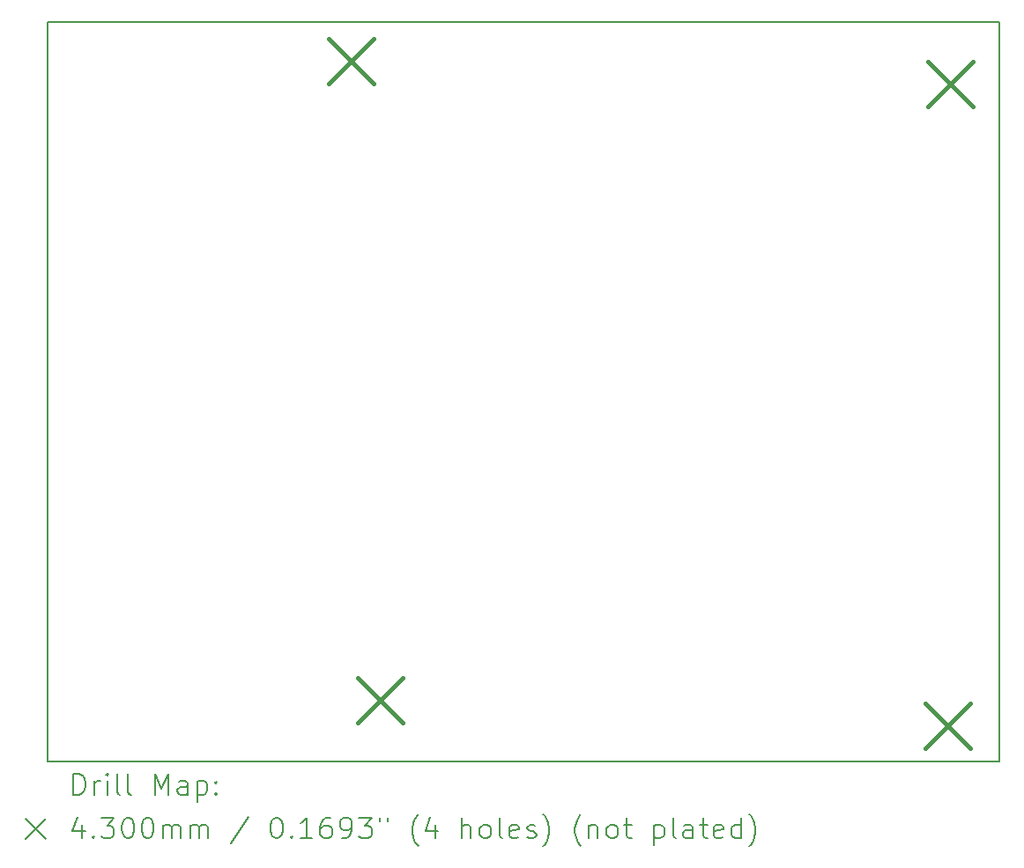
<source format=gbr>
%TF.GenerationSoftware,KiCad,Pcbnew,8.0.6-8.0.6-0~ubuntu24.04.1*%
%TF.CreationDate,2024-10-31T19:49:44+00:00*%
%TF.ProjectId,Windtunnel_Schematic,57696e64-7475-46e6-9e65-6c5f53636865,rev?*%
%TF.SameCoordinates,Original*%
%TF.FileFunction,Drillmap*%
%TF.FilePolarity,Positive*%
%FSLAX45Y45*%
G04 Gerber Fmt 4.5, Leading zero omitted, Abs format (unit mm)*
G04 Created by KiCad (PCBNEW 8.0.6-8.0.6-0~ubuntu24.04.1) date 2024-10-31 19:49:44*
%MOMM*%
%LPD*%
G01*
G04 APERTURE LIST*
%ADD10C,0.200000*%
%ADD11C,0.430000*%
G04 APERTURE END LIST*
D10*
X5080000Y-8382000D02*
X14224000Y-8382000D01*
X14224000Y-15494000D01*
X5080000Y-15494000D01*
X5080000Y-8382000D01*
D11*
X7786000Y-8548000D02*
X8216000Y-8978000D01*
X8216000Y-8548000D02*
X7786000Y-8978000D01*
X8065400Y-14694800D02*
X8495400Y-15124800D01*
X8495400Y-14694800D02*
X8065400Y-15124800D01*
X13513700Y-14936100D02*
X13943700Y-15366100D01*
X13943700Y-14936100D02*
X13513700Y-15366100D01*
X13539100Y-8763900D02*
X13969100Y-9193900D01*
X13969100Y-8763900D02*
X13539100Y-9193900D01*
D10*
X5330777Y-15815484D02*
X5330777Y-15615484D01*
X5330777Y-15615484D02*
X5378396Y-15615484D01*
X5378396Y-15615484D02*
X5406967Y-15625008D01*
X5406967Y-15625008D02*
X5426015Y-15644055D01*
X5426015Y-15644055D02*
X5435539Y-15663103D01*
X5435539Y-15663103D02*
X5445063Y-15701198D01*
X5445063Y-15701198D02*
X5445063Y-15729769D01*
X5445063Y-15729769D02*
X5435539Y-15767865D01*
X5435539Y-15767865D02*
X5426015Y-15786912D01*
X5426015Y-15786912D02*
X5406967Y-15805960D01*
X5406967Y-15805960D02*
X5378396Y-15815484D01*
X5378396Y-15815484D02*
X5330777Y-15815484D01*
X5530777Y-15815484D02*
X5530777Y-15682150D01*
X5530777Y-15720246D02*
X5540301Y-15701198D01*
X5540301Y-15701198D02*
X5549824Y-15691674D01*
X5549824Y-15691674D02*
X5568872Y-15682150D01*
X5568872Y-15682150D02*
X5587920Y-15682150D01*
X5654586Y-15815484D02*
X5654586Y-15682150D01*
X5654586Y-15615484D02*
X5645062Y-15625008D01*
X5645062Y-15625008D02*
X5654586Y-15634531D01*
X5654586Y-15634531D02*
X5664110Y-15625008D01*
X5664110Y-15625008D02*
X5654586Y-15615484D01*
X5654586Y-15615484D02*
X5654586Y-15634531D01*
X5778396Y-15815484D02*
X5759348Y-15805960D01*
X5759348Y-15805960D02*
X5749824Y-15786912D01*
X5749824Y-15786912D02*
X5749824Y-15615484D01*
X5883158Y-15815484D02*
X5864110Y-15805960D01*
X5864110Y-15805960D02*
X5854586Y-15786912D01*
X5854586Y-15786912D02*
X5854586Y-15615484D01*
X6111729Y-15815484D02*
X6111729Y-15615484D01*
X6111729Y-15615484D02*
X6178396Y-15758341D01*
X6178396Y-15758341D02*
X6245062Y-15615484D01*
X6245062Y-15615484D02*
X6245062Y-15815484D01*
X6426015Y-15815484D02*
X6426015Y-15710722D01*
X6426015Y-15710722D02*
X6416491Y-15691674D01*
X6416491Y-15691674D02*
X6397443Y-15682150D01*
X6397443Y-15682150D02*
X6359348Y-15682150D01*
X6359348Y-15682150D02*
X6340301Y-15691674D01*
X6426015Y-15805960D02*
X6406967Y-15815484D01*
X6406967Y-15815484D02*
X6359348Y-15815484D01*
X6359348Y-15815484D02*
X6340301Y-15805960D01*
X6340301Y-15805960D02*
X6330777Y-15786912D01*
X6330777Y-15786912D02*
X6330777Y-15767865D01*
X6330777Y-15767865D02*
X6340301Y-15748817D01*
X6340301Y-15748817D02*
X6359348Y-15739293D01*
X6359348Y-15739293D02*
X6406967Y-15739293D01*
X6406967Y-15739293D02*
X6426015Y-15729769D01*
X6521253Y-15682150D02*
X6521253Y-15882150D01*
X6521253Y-15691674D02*
X6540301Y-15682150D01*
X6540301Y-15682150D02*
X6578396Y-15682150D01*
X6578396Y-15682150D02*
X6597443Y-15691674D01*
X6597443Y-15691674D02*
X6606967Y-15701198D01*
X6606967Y-15701198D02*
X6616491Y-15720246D01*
X6616491Y-15720246D02*
X6616491Y-15777388D01*
X6616491Y-15777388D02*
X6606967Y-15796436D01*
X6606967Y-15796436D02*
X6597443Y-15805960D01*
X6597443Y-15805960D02*
X6578396Y-15815484D01*
X6578396Y-15815484D02*
X6540301Y-15815484D01*
X6540301Y-15815484D02*
X6521253Y-15805960D01*
X6702205Y-15796436D02*
X6711729Y-15805960D01*
X6711729Y-15805960D02*
X6702205Y-15815484D01*
X6702205Y-15815484D02*
X6692682Y-15805960D01*
X6692682Y-15805960D02*
X6702205Y-15796436D01*
X6702205Y-15796436D02*
X6702205Y-15815484D01*
X6702205Y-15691674D02*
X6711729Y-15701198D01*
X6711729Y-15701198D02*
X6702205Y-15710722D01*
X6702205Y-15710722D02*
X6692682Y-15701198D01*
X6692682Y-15701198D02*
X6702205Y-15691674D01*
X6702205Y-15691674D02*
X6702205Y-15710722D01*
X4870000Y-16044000D02*
X5070000Y-16244000D01*
X5070000Y-16044000D02*
X4870000Y-16244000D01*
X5416491Y-16102150D02*
X5416491Y-16235484D01*
X5368872Y-16025960D02*
X5321253Y-16168817D01*
X5321253Y-16168817D02*
X5445063Y-16168817D01*
X5521253Y-16216436D02*
X5530777Y-16225960D01*
X5530777Y-16225960D02*
X5521253Y-16235484D01*
X5521253Y-16235484D02*
X5511729Y-16225960D01*
X5511729Y-16225960D02*
X5521253Y-16216436D01*
X5521253Y-16216436D02*
X5521253Y-16235484D01*
X5597443Y-16035484D02*
X5721253Y-16035484D01*
X5721253Y-16035484D02*
X5654586Y-16111674D01*
X5654586Y-16111674D02*
X5683158Y-16111674D01*
X5683158Y-16111674D02*
X5702205Y-16121198D01*
X5702205Y-16121198D02*
X5711729Y-16130722D01*
X5711729Y-16130722D02*
X5721253Y-16149769D01*
X5721253Y-16149769D02*
X5721253Y-16197388D01*
X5721253Y-16197388D02*
X5711729Y-16216436D01*
X5711729Y-16216436D02*
X5702205Y-16225960D01*
X5702205Y-16225960D02*
X5683158Y-16235484D01*
X5683158Y-16235484D02*
X5626015Y-16235484D01*
X5626015Y-16235484D02*
X5606967Y-16225960D01*
X5606967Y-16225960D02*
X5597443Y-16216436D01*
X5845062Y-16035484D02*
X5864110Y-16035484D01*
X5864110Y-16035484D02*
X5883158Y-16045008D01*
X5883158Y-16045008D02*
X5892682Y-16054531D01*
X5892682Y-16054531D02*
X5902205Y-16073579D01*
X5902205Y-16073579D02*
X5911729Y-16111674D01*
X5911729Y-16111674D02*
X5911729Y-16159293D01*
X5911729Y-16159293D02*
X5902205Y-16197388D01*
X5902205Y-16197388D02*
X5892682Y-16216436D01*
X5892682Y-16216436D02*
X5883158Y-16225960D01*
X5883158Y-16225960D02*
X5864110Y-16235484D01*
X5864110Y-16235484D02*
X5845062Y-16235484D01*
X5845062Y-16235484D02*
X5826015Y-16225960D01*
X5826015Y-16225960D02*
X5816491Y-16216436D01*
X5816491Y-16216436D02*
X5806967Y-16197388D01*
X5806967Y-16197388D02*
X5797443Y-16159293D01*
X5797443Y-16159293D02*
X5797443Y-16111674D01*
X5797443Y-16111674D02*
X5806967Y-16073579D01*
X5806967Y-16073579D02*
X5816491Y-16054531D01*
X5816491Y-16054531D02*
X5826015Y-16045008D01*
X5826015Y-16045008D02*
X5845062Y-16035484D01*
X6035539Y-16035484D02*
X6054586Y-16035484D01*
X6054586Y-16035484D02*
X6073634Y-16045008D01*
X6073634Y-16045008D02*
X6083158Y-16054531D01*
X6083158Y-16054531D02*
X6092682Y-16073579D01*
X6092682Y-16073579D02*
X6102205Y-16111674D01*
X6102205Y-16111674D02*
X6102205Y-16159293D01*
X6102205Y-16159293D02*
X6092682Y-16197388D01*
X6092682Y-16197388D02*
X6083158Y-16216436D01*
X6083158Y-16216436D02*
X6073634Y-16225960D01*
X6073634Y-16225960D02*
X6054586Y-16235484D01*
X6054586Y-16235484D02*
X6035539Y-16235484D01*
X6035539Y-16235484D02*
X6016491Y-16225960D01*
X6016491Y-16225960D02*
X6006967Y-16216436D01*
X6006967Y-16216436D02*
X5997443Y-16197388D01*
X5997443Y-16197388D02*
X5987920Y-16159293D01*
X5987920Y-16159293D02*
X5987920Y-16111674D01*
X5987920Y-16111674D02*
X5997443Y-16073579D01*
X5997443Y-16073579D02*
X6006967Y-16054531D01*
X6006967Y-16054531D02*
X6016491Y-16045008D01*
X6016491Y-16045008D02*
X6035539Y-16035484D01*
X6187920Y-16235484D02*
X6187920Y-16102150D01*
X6187920Y-16121198D02*
X6197443Y-16111674D01*
X6197443Y-16111674D02*
X6216491Y-16102150D01*
X6216491Y-16102150D02*
X6245063Y-16102150D01*
X6245063Y-16102150D02*
X6264110Y-16111674D01*
X6264110Y-16111674D02*
X6273634Y-16130722D01*
X6273634Y-16130722D02*
X6273634Y-16235484D01*
X6273634Y-16130722D02*
X6283158Y-16111674D01*
X6283158Y-16111674D02*
X6302205Y-16102150D01*
X6302205Y-16102150D02*
X6330777Y-16102150D01*
X6330777Y-16102150D02*
X6349824Y-16111674D01*
X6349824Y-16111674D02*
X6359348Y-16130722D01*
X6359348Y-16130722D02*
X6359348Y-16235484D01*
X6454586Y-16235484D02*
X6454586Y-16102150D01*
X6454586Y-16121198D02*
X6464110Y-16111674D01*
X6464110Y-16111674D02*
X6483158Y-16102150D01*
X6483158Y-16102150D02*
X6511729Y-16102150D01*
X6511729Y-16102150D02*
X6530777Y-16111674D01*
X6530777Y-16111674D02*
X6540301Y-16130722D01*
X6540301Y-16130722D02*
X6540301Y-16235484D01*
X6540301Y-16130722D02*
X6549824Y-16111674D01*
X6549824Y-16111674D02*
X6568872Y-16102150D01*
X6568872Y-16102150D02*
X6597443Y-16102150D01*
X6597443Y-16102150D02*
X6616491Y-16111674D01*
X6616491Y-16111674D02*
X6626015Y-16130722D01*
X6626015Y-16130722D02*
X6626015Y-16235484D01*
X7016491Y-16025960D02*
X6845063Y-16283103D01*
X7273634Y-16035484D02*
X7292682Y-16035484D01*
X7292682Y-16035484D02*
X7311729Y-16045008D01*
X7311729Y-16045008D02*
X7321253Y-16054531D01*
X7321253Y-16054531D02*
X7330777Y-16073579D01*
X7330777Y-16073579D02*
X7340301Y-16111674D01*
X7340301Y-16111674D02*
X7340301Y-16159293D01*
X7340301Y-16159293D02*
X7330777Y-16197388D01*
X7330777Y-16197388D02*
X7321253Y-16216436D01*
X7321253Y-16216436D02*
X7311729Y-16225960D01*
X7311729Y-16225960D02*
X7292682Y-16235484D01*
X7292682Y-16235484D02*
X7273634Y-16235484D01*
X7273634Y-16235484D02*
X7254586Y-16225960D01*
X7254586Y-16225960D02*
X7245063Y-16216436D01*
X7245063Y-16216436D02*
X7235539Y-16197388D01*
X7235539Y-16197388D02*
X7226015Y-16159293D01*
X7226015Y-16159293D02*
X7226015Y-16111674D01*
X7226015Y-16111674D02*
X7235539Y-16073579D01*
X7235539Y-16073579D02*
X7245063Y-16054531D01*
X7245063Y-16054531D02*
X7254586Y-16045008D01*
X7254586Y-16045008D02*
X7273634Y-16035484D01*
X7426015Y-16216436D02*
X7435539Y-16225960D01*
X7435539Y-16225960D02*
X7426015Y-16235484D01*
X7426015Y-16235484D02*
X7416491Y-16225960D01*
X7416491Y-16225960D02*
X7426015Y-16216436D01*
X7426015Y-16216436D02*
X7426015Y-16235484D01*
X7626015Y-16235484D02*
X7511729Y-16235484D01*
X7568872Y-16235484D02*
X7568872Y-16035484D01*
X7568872Y-16035484D02*
X7549825Y-16064055D01*
X7549825Y-16064055D02*
X7530777Y-16083103D01*
X7530777Y-16083103D02*
X7511729Y-16092627D01*
X7797444Y-16035484D02*
X7759348Y-16035484D01*
X7759348Y-16035484D02*
X7740301Y-16045008D01*
X7740301Y-16045008D02*
X7730777Y-16054531D01*
X7730777Y-16054531D02*
X7711729Y-16083103D01*
X7711729Y-16083103D02*
X7702206Y-16121198D01*
X7702206Y-16121198D02*
X7702206Y-16197388D01*
X7702206Y-16197388D02*
X7711729Y-16216436D01*
X7711729Y-16216436D02*
X7721253Y-16225960D01*
X7721253Y-16225960D02*
X7740301Y-16235484D01*
X7740301Y-16235484D02*
X7778396Y-16235484D01*
X7778396Y-16235484D02*
X7797444Y-16225960D01*
X7797444Y-16225960D02*
X7806967Y-16216436D01*
X7806967Y-16216436D02*
X7816491Y-16197388D01*
X7816491Y-16197388D02*
X7816491Y-16149769D01*
X7816491Y-16149769D02*
X7806967Y-16130722D01*
X7806967Y-16130722D02*
X7797444Y-16121198D01*
X7797444Y-16121198D02*
X7778396Y-16111674D01*
X7778396Y-16111674D02*
X7740301Y-16111674D01*
X7740301Y-16111674D02*
X7721253Y-16121198D01*
X7721253Y-16121198D02*
X7711729Y-16130722D01*
X7711729Y-16130722D02*
X7702206Y-16149769D01*
X7911729Y-16235484D02*
X7949825Y-16235484D01*
X7949825Y-16235484D02*
X7968872Y-16225960D01*
X7968872Y-16225960D02*
X7978396Y-16216436D01*
X7978396Y-16216436D02*
X7997444Y-16187865D01*
X7997444Y-16187865D02*
X8006967Y-16149769D01*
X8006967Y-16149769D02*
X8006967Y-16073579D01*
X8006967Y-16073579D02*
X7997444Y-16054531D01*
X7997444Y-16054531D02*
X7987920Y-16045008D01*
X7987920Y-16045008D02*
X7968872Y-16035484D01*
X7968872Y-16035484D02*
X7930777Y-16035484D01*
X7930777Y-16035484D02*
X7911729Y-16045008D01*
X7911729Y-16045008D02*
X7902206Y-16054531D01*
X7902206Y-16054531D02*
X7892682Y-16073579D01*
X7892682Y-16073579D02*
X7892682Y-16121198D01*
X7892682Y-16121198D02*
X7902206Y-16140246D01*
X7902206Y-16140246D02*
X7911729Y-16149769D01*
X7911729Y-16149769D02*
X7930777Y-16159293D01*
X7930777Y-16159293D02*
X7968872Y-16159293D01*
X7968872Y-16159293D02*
X7987920Y-16149769D01*
X7987920Y-16149769D02*
X7997444Y-16140246D01*
X7997444Y-16140246D02*
X8006967Y-16121198D01*
X8073634Y-16035484D02*
X8197444Y-16035484D01*
X8197444Y-16035484D02*
X8130777Y-16111674D01*
X8130777Y-16111674D02*
X8159348Y-16111674D01*
X8159348Y-16111674D02*
X8178396Y-16121198D01*
X8178396Y-16121198D02*
X8187920Y-16130722D01*
X8187920Y-16130722D02*
X8197444Y-16149769D01*
X8197444Y-16149769D02*
X8197444Y-16197388D01*
X8197444Y-16197388D02*
X8187920Y-16216436D01*
X8187920Y-16216436D02*
X8178396Y-16225960D01*
X8178396Y-16225960D02*
X8159348Y-16235484D01*
X8159348Y-16235484D02*
X8102206Y-16235484D01*
X8102206Y-16235484D02*
X8083158Y-16225960D01*
X8083158Y-16225960D02*
X8073634Y-16216436D01*
X8273634Y-16035484D02*
X8273634Y-16073579D01*
X8349825Y-16035484D02*
X8349825Y-16073579D01*
X8645063Y-16311674D02*
X8635539Y-16302150D01*
X8635539Y-16302150D02*
X8616491Y-16273579D01*
X8616491Y-16273579D02*
X8606968Y-16254531D01*
X8606968Y-16254531D02*
X8597444Y-16225960D01*
X8597444Y-16225960D02*
X8587920Y-16178341D01*
X8587920Y-16178341D02*
X8587920Y-16140246D01*
X8587920Y-16140246D02*
X8597444Y-16092627D01*
X8597444Y-16092627D02*
X8606968Y-16064055D01*
X8606968Y-16064055D02*
X8616491Y-16045008D01*
X8616491Y-16045008D02*
X8635539Y-16016436D01*
X8635539Y-16016436D02*
X8645063Y-16006912D01*
X8806968Y-16102150D02*
X8806968Y-16235484D01*
X8759349Y-16025960D02*
X8711730Y-16168817D01*
X8711730Y-16168817D02*
X8835539Y-16168817D01*
X9064111Y-16235484D02*
X9064111Y-16035484D01*
X9149825Y-16235484D02*
X9149825Y-16130722D01*
X9149825Y-16130722D02*
X9140301Y-16111674D01*
X9140301Y-16111674D02*
X9121253Y-16102150D01*
X9121253Y-16102150D02*
X9092682Y-16102150D01*
X9092682Y-16102150D02*
X9073634Y-16111674D01*
X9073634Y-16111674D02*
X9064111Y-16121198D01*
X9273634Y-16235484D02*
X9254587Y-16225960D01*
X9254587Y-16225960D02*
X9245063Y-16216436D01*
X9245063Y-16216436D02*
X9235539Y-16197388D01*
X9235539Y-16197388D02*
X9235539Y-16140246D01*
X9235539Y-16140246D02*
X9245063Y-16121198D01*
X9245063Y-16121198D02*
X9254587Y-16111674D01*
X9254587Y-16111674D02*
X9273634Y-16102150D01*
X9273634Y-16102150D02*
X9302206Y-16102150D01*
X9302206Y-16102150D02*
X9321253Y-16111674D01*
X9321253Y-16111674D02*
X9330777Y-16121198D01*
X9330777Y-16121198D02*
X9340301Y-16140246D01*
X9340301Y-16140246D02*
X9340301Y-16197388D01*
X9340301Y-16197388D02*
X9330777Y-16216436D01*
X9330777Y-16216436D02*
X9321253Y-16225960D01*
X9321253Y-16225960D02*
X9302206Y-16235484D01*
X9302206Y-16235484D02*
X9273634Y-16235484D01*
X9454587Y-16235484D02*
X9435539Y-16225960D01*
X9435539Y-16225960D02*
X9426015Y-16206912D01*
X9426015Y-16206912D02*
X9426015Y-16035484D01*
X9606968Y-16225960D02*
X9587920Y-16235484D01*
X9587920Y-16235484D02*
X9549825Y-16235484D01*
X9549825Y-16235484D02*
X9530777Y-16225960D01*
X9530777Y-16225960D02*
X9521253Y-16206912D01*
X9521253Y-16206912D02*
X9521253Y-16130722D01*
X9521253Y-16130722D02*
X9530777Y-16111674D01*
X9530777Y-16111674D02*
X9549825Y-16102150D01*
X9549825Y-16102150D02*
X9587920Y-16102150D01*
X9587920Y-16102150D02*
X9606968Y-16111674D01*
X9606968Y-16111674D02*
X9616492Y-16130722D01*
X9616492Y-16130722D02*
X9616492Y-16149769D01*
X9616492Y-16149769D02*
X9521253Y-16168817D01*
X9692682Y-16225960D02*
X9711730Y-16235484D01*
X9711730Y-16235484D02*
X9749825Y-16235484D01*
X9749825Y-16235484D02*
X9768873Y-16225960D01*
X9768873Y-16225960D02*
X9778396Y-16206912D01*
X9778396Y-16206912D02*
X9778396Y-16197388D01*
X9778396Y-16197388D02*
X9768873Y-16178341D01*
X9768873Y-16178341D02*
X9749825Y-16168817D01*
X9749825Y-16168817D02*
X9721253Y-16168817D01*
X9721253Y-16168817D02*
X9702206Y-16159293D01*
X9702206Y-16159293D02*
X9692682Y-16140246D01*
X9692682Y-16140246D02*
X9692682Y-16130722D01*
X9692682Y-16130722D02*
X9702206Y-16111674D01*
X9702206Y-16111674D02*
X9721253Y-16102150D01*
X9721253Y-16102150D02*
X9749825Y-16102150D01*
X9749825Y-16102150D02*
X9768873Y-16111674D01*
X9845063Y-16311674D02*
X9854587Y-16302150D01*
X9854587Y-16302150D02*
X9873634Y-16273579D01*
X9873634Y-16273579D02*
X9883158Y-16254531D01*
X9883158Y-16254531D02*
X9892682Y-16225960D01*
X9892682Y-16225960D02*
X9902206Y-16178341D01*
X9902206Y-16178341D02*
X9902206Y-16140246D01*
X9902206Y-16140246D02*
X9892682Y-16092627D01*
X9892682Y-16092627D02*
X9883158Y-16064055D01*
X9883158Y-16064055D02*
X9873634Y-16045008D01*
X9873634Y-16045008D02*
X9854587Y-16016436D01*
X9854587Y-16016436D02*
X9845063Y-16006912D01*
X10206968Y-16311674D02*
X10197444Y-16302150D01*
X10197444Y-16302150D02*
X10178396Y-16273579D01*
X10178396Y-16273579D02*
X10168873Y-16254531D01*
X10168873Y-16254531D02*
X10159349Y-16225960D01*
X10159349Y-16225960D02*
X10149825Y-16178341D01*
X10149825Y-16178341D02*
X10149825Y-16140246D01*
X10149825Y-16140246D02*
X10159349Y-16092627D01*
X10159349Y-16092627D02*
X10168873Y-16064055D01*
X10168873Y-16064055D02*
X10178396Y-16045008D01*
X10178396Y-16045008D02*
X10197444Y-16016436D01*
X10197444Y-16016436D02*
X10206968Y-16006912D01*
X10283158Y-16102150D02*
X10283158Y-16235484D01*
X10283158Y-16121198D02*
X10292682Y-16111674D01*
X10292682Y-16111674D02*
X10311730Y-16102150D01*
X10311730Y-16102150D02*
X10340301Y-16102150D01*
X10340301Y-16102150D02*
X10359349Y-16111674D01*
X10359349Y-16111674D02*
X10368873Y-16130722D01*
X10368873Y-16130722D02*
X10368873Y-16235484D01*
X10492682Y-16235484D02*
X10473634Y-16225960D01*
X10473634Y-16225960D02*
X10464111Y-16216436D01*
X10464111Y-16216436D02*
X10454587Y-16197388D01*
X10454587Y-16197388D02*
X10454587Y-16140246D01*
X10454587Y-16140246D02*
X10464111Y-16121198D01*
X10464111Y-16121198D02*
X10473634Y-16111674D01*
X10473634Y-16111674D02*
X10492682Y-16102150D01*
X10492682Y-16102150D02*
X10521254Y-16102150D01*
X10521254Y-16102150D02*
X10540301Y-16111674D01*
X10540301Y-16111674D02*
X10549825Y-16121198D01*
X10549825Y-16121198D02*
X10559349Y-16140246D01*
X10559349Y-16140246D02*
X10559349Y-16197388D01*
X10559349Y-16197388D02*
X10549825Y-16216436D01*
X10549825Y-16216436D02*
X10540301Y-16225960D01*
X10540301Y-16225960D02*
X10521254Y-16235484D01*
X10521254Y-16235484D02*
X10492682Y-16235484D01*
X10616492Y-16102150D02*
X10692682Y-16102150D01*
X10645063Y-16035484D02*
X10645063Y-16206912D01*
X10645063Y-16206912D02*
X10654587Y-16225960D01*
X10654587Y-16225960D02*
X10673634Y-16235484D01*
X10673634Y-16235484D02*
X10692682Y-16235484D01*
X10911730Y-16102150D02*
X10911730Y-16302150D01*
X10911730Y-16111674D02*
X10930777Y-16102150D01*
X10930777Y-16102150D02*
X10968873Y-16102150D01*
X10968873Y-16102150D02*
X10987920Y-16111674D01*
X10987920Y-16111674D02*
X10997444Y-16121198D01*
X10997444Y-16121198D02*
X11006968Y-16140246D01*
X11006968Y-16140246D02*
X11006968Y-16197388D01*
X11006968Y-16197388D02*
X10997444Y-16216436D01*
X10997444Y-16216436D02*
X10987920Y-16225960D01*
X10987920Y-16225960D02*
X10968873Y-16235484D01*
X10968873Y-16235484D02*
X10930777Y-16235484D01*
X10930777Y-16235484D02*
X10911730Y-16225960D01*
X11121254Y-16235484D02*
X11102206Y-16225960D01*
X11102206Y-16225960D02*
X11092682Y-16206912D01*
X11092682Y-16206912D02*
X11092682Y-16035484D01*
X11283158Y-16235484D02*
X11283158Y-16130722D01*
X11283158Y-16130722D02*
X11273634Y-16111674D01*
X11273634Y-16111674D02*
X11254587Y-16102150D01*
X11254587Y-16102150D02*
X11216492Y-16102150D01*
X11216492Y-16102150D02*
X11197444Y-16111674D01*
X11283158Y-16225960D02*
X11264111Y-16235484D01*
X11264111Y-16235484D02*
X11216492Y-16235484D01*
X11216492Y-16235484D02*
X11197444Y-16225960D01*
X11197444Y-16225960D02*
X11187920Y-16206912D01*
X11187920Y-16206912D02*
X11187920Y-16187865D01*
X11187920Y-16187865D02*
X11197444Y-16168817D01*
X11197444Y-16168817D02*
X11216492Y-16159293D01*
X11216492Y-16159293D02*
X11264111Y-16159293D01*
X11264111Y-16159293D02*
X11283158Y-16149769D01*
X11349825Y-16102150D02*
X11426015Y-16102150D01*
X11378396Y-16035484D02*
X11378396Y-16206912D01*
X11378396Y-16206912D02*
X11387920Y-16225960D01*
X11387920Y-16225960D02*
X11406968Y-16235484D01*
X11406968Y-16235484D02*
X11426015Y-16235484D01*
X11568873Y-16225960D02*
X11549825Y-16235484D01*
X11549825Y-16235484D02*
X11511730Y-16235484D01*
X11511730Y-16235484D02*
X11492682Y-16225960D01*
X11492682Y-16225960D02*
X11483158Y-16206912D01*
X11483158Y-16206912D02*
X11483158Y-16130722D01*
X11483158Y-16130722D02*
X11492682Y-16111674D01*
X11492682Y-16111674D02*
X11511730Y-16102150D01*
X11511730Y-16102150D02*
X11549825Y-16102150D01*
X11549825Y-16102150D02*
X11568873Y-16111674D01*
X11568873Y-16111674D02*
X11578396Y-16130722D01*
X11578396Y-16130722D02*
X11578396Y-16149769D01*
X11578396Y-16149769D02*
X11483158Y-16168817D01*
X11749825Y-16235484D02*
X11749825Y-16035484D01*
X11749825Y-16225960D02*
X11730777Y-16235484D01*
X11730777Y-16235484D02*
X11692682Y-16235484D01*
X11692682Y-16235484D02*
X11673634Y-16225960D01*
X11673634Y-16225960D02*
X11664111Y-16216436D01*
X11664111Y-16216436D02*
X11654587Y-16197388D01*
X11654587Y-16197388D02*
X11654587Y-16140246D01*
X11654587Y-16140246D02*
X11664111Y-16121198D01*
X11664111Y-16121198D02*
X11673634Y-16111674D01*
X11673634Y-16111674D02*
X11692682Y-16102150D01*
X11692682Y-16102150D02*
X11730777Y-16102150D01*
X11730777Y-16102150D02*
X11749825Y-16111674D01*
X11826015Y-16311674D02*
X11835539Y-16302150D01*
X11835539Y-16302150D02*
X11854587Y-16273579D01*
X11854587Y-16273579D02*
X11864111Y-16254531D01*
X11864111Y-16254531D02*
X11873634Y-16225960D01*
X11873634Y-16225960D02*
X11883158Y-16178341D01*
X11883158Y-16178341D02*
X11883158Y-16140246D01*
X11883158Y-16140246D02*
X11873634Y-16092627D01*
X11873634Y-16092627D02*
X11864111Y-16064055D01*
X11864111Y-16064055D02*
X11854587Y-16045008D01*
X11854587Y-16045008D02*
X11835539Y-16016436D01*
X11835539Y-16016436D02*
X11826015Y-16006912D01*
M02*

</source>
